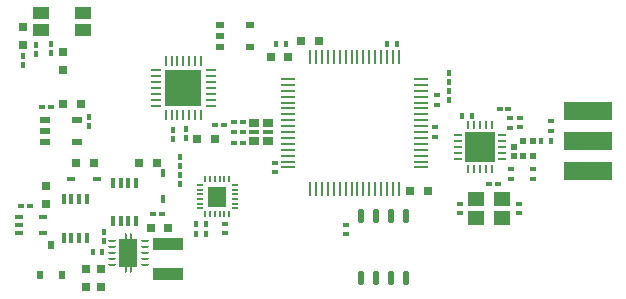
<source format=gtp>
G04*
G04 #@! TF.GenerationSoftware,Altium Limited,Altium Designer,20.1.14 (287)*
G04*
G04 Layer_Color=8421504*
%FSLAX25Y25*%
%MOIN*%
G70*
G04*
G04 #@! TF.SameCoordinates,B4ACC901-58E3-418A-A1C3-F6E1E6CBF67F*
G04*
G04*
G04 #@! TF.FilePolarity,Positive*
G04*
G01*
G75*
%ADD15O,0.03347X0.00984*%
%ADD16O,0.00984X0.03347*%
%ADD17R,0.12323X0.12323*%
%ADD18R,0.01968X0.01772*%
%ADD19R,0.01772X0.01968*%
%ADD20R,0.03150X0.03150*%
%ADD21R,0.03150X0.02165*%
%ADD22R,0.03150X0.03150*%
%ADD23R,0.05512X0.03937*%
%ADD24R,0.03347X0.02165*%
%ADD25R,0.16000X0.06000*%
%ADD26R,0.05512X0.04724*%
%ADD27R,0.10236X0.10236*%
%ADD28O,0.00984X0.02953*%
%ADD29O,0.02953X0.00984*%
%ADD30R,0.01929X0.02047*%
%ADD31R,0.02047X0.01929*%
%ADD32R,0.01968X0.01575*%
%ADD33R,0.01575X0.01968*%
%ADD34R,0.03150X0.03150*%
%ADD35R,0.03150X0.03150*%
%ADD36R,0.01378X0.02953*%
%ADD37R,0.01181X0.03347*%
%ADD38R,0.02953X0.01378*%
G04:AMPARAMS|DCode=39|XSize=9.45mil|YSize=23.62mil|CornerRadius=2.36mil|HoleSize=0mil|Usage=FLASHONLY|Rotation=270.000|XOffset=0mil|YOffset=0mil|HoleType=Round|Shape=RoundedRectangle|*
%AMROUNDEDRECTD39*
21,1,0.00945,0.01890,0,0,270.0*
21,1,0.00472,0.02362,0,0,270.0*
1,1,0.00472,-0.00945,-0.00236*
1,1,0.00472,-0.00945,0.00236*
1,1,0.00472,0.00945,0.00236*
1,1,0.00472,0.00945,-0.00236*
%
%ADD39ROUNDEDRECTD39*%
%ADD40R,0.05866X0.09449*%
G04:AMPARAMS|DCode=41|XSize=9.84mil|YSize=31.5mil|CornerRadius=2.46mil|HoleSize=0mil|Usage=FLASHONLY|Rotation=0.000|XOffset=0mil|YOffset=0mil|HoleType=Round|Shape=RoundedRectangle|*
%AMROUNDEDRECTD41*
21,1,0.00984,0.02657,0,0,0.0*
21,1,0.00492,0.03150,0,0,0.0*
1,1,0.00492,0.00246,-0.01329*
1,1,0.00492,-0.00246,-0.01329*
1,1,0.00492,-0.00246,0.01329*
1,1,0.00492,0.00246,0.01329*
%
%ADD41ROUNDEDRECTD41*%
%ADD42R,0.10315X0.04291*%
%ADD43R,0.02165X0.02953*%
%ADD44R,0.02559X0.01575*%
%ADD45O,0.04724X0.00984*%
%ADD46O,0.00984X0.04724*%
%ADD47R,0.06063X0.06693*%
%ADD48O,0.00787X0.02362*%
%ADD49O,0.02362X0.00787*%
%ADD50R,0.03268X0.01457*%
%ADD51R,0.03268X0.02638*%
%ADD52O,0.02165X0.04921*%
G54D15*
X-155878Y23486D02*
D03*
Y21518D02*
D03*
Y19549D02*
D03*
Y17581D02*
D03*
Y15612D02*
D03*
Y13644D02*
D03*
Y11675D02*
D03*
X-137768D02*
D03*
Y13644D02*
D03*
Y15612D02*
D03*
Y17581D02*
D03*
Y19549D02*
D03*
Y21518D02*
D03*
Y23486D02*
D03*
G54D16*
X-152728Y8525D02*
D03*
X-150760D02*
D03*
X-148792D02*
D03*
X-146823D02*
D03*
X-144854D02*
D03*
X-142886D02*
D03*
X-140917D02*
D03*
Y26636D02*
D03*
X-142886D02*
D03*
X-144854D02*
D03*
X-146823D02*
D03*
X-148792D02*
D03*
X-150760D02*
D03*
X-152728D02*
D03*
G54D17*
X-146823Y17581D02*
D03*
G54D18*
X-136352Y5290D02*
D03*
X-133399D02*
D03*
X-200820Y-21655D02*
D03*
X-197867D02*
D03*
X-153882Y-24285D02*
D03*
X-156835D02*
D03*
X-41431Y10458D02*
D03*
X-38479D02*
D03*
X-190935Y11357D02*
D03*
X-193888D02*
D03*
X-44783Y-14487D02*
D03*
X-41831D02*
D03*
X-130028Y-628D02*
D03*
X-127075D02*
D03*
X-130028Y2872D02*
D03*
X-127075D02*
D03*
X-130028Y6372D02*
D03*
X-127075D02*
D03*
G54D19*
X-146037Y3787D02*
D03*
Y834D02*
D03*
X-150150Y3628D02*
D03*
Y675D02*
D03*
X-200401Y28112D02*
D03*
Y25159D02*
D03*
X-195975Y31936D02*
D03*
Y28983D02*
D03*
X-190952Y32053D02*
D03*
Y29100D02*
D03*
X-173355Y-33530D02*
D03*
Y-30577D02*
D03*
X-147791Y-14376D02*
D03*
Y-11423D02*
D03*
Y-8527D02*
D03*
Y-5574D02*
D03*
X-178161Y5009D02*
D03*
Y7962D02*
D03*
X-58220Y19549D02*
D03*
Y22502D02*
D03*
Y13644D02*
D03*
Y16596D02*
D03*
G54D20*
X-136352Y462D02*
D03*
X-142258D02*
D03*
X-186951Y12216D02*
D03*
X-181045D02*
D03*
G54D21*
X-124574Y38601D02*
D03*
Y31121D02*
D03*
X-134613D02*
D03*
Y34861D02*
D03*
Y38601D02*
D03*
G54D22*
X-200401Y37767D02*
D03*
Y31861D02*
D03*
G54D23*
X-180125Y36815D02*
D03*
Y42524D02*
D03*
X-194299D02*
D03*
Y36815D02*
D03*
G54D24*
X-192781Y6970D02*
D03*
Y3230D02*
D03*
Y-510D02*
D03*
X-182348D02*
D03*
Y6970D02*
D03*
G54D25*
X-12048Y0D02*
D03*
Y-10000D02*
D03*
Y10000D02*
D03*
G54D26*
X-49117Y-25625D02*
D03*
Y-19326D02*
D03*
X-40455Y-25625D02*
D03*
Y-19326D02*
D03*
G54D27*
X-47955Y-2125D02*
D03*
G54D28*
X-51892Y5158D02*
D03*
X-49924D02*
D03*
X-47955D02*
D03*
X-45987D02*
D03*
X-44018D02*
D03*
Y-9409D02*
D03*
X-45987D02*
D03*
X-47955D02*
D03*
X-49924D02*
D03*
X-51892D02*
D03*
G54D29*
X-40672Y1812D02*
D03*
Y-157D02*
D03*
Y-2125D02*
D03*
Y-4094D02*
D03*
Y-6062D02*
D03*
X-55239D02*
D03*
Y-4094D02*
D03*
Y-2125D02*
D03*
Y-157D02*
D03*
Y1812D02*
D03*
G54D30*
X-30266Y-5220D02*
D03*
X-33455D02*
D03*
X-30361Y-157D02*
D03*
X-33550D02*
D03*
G54D31*
X-36455Y-2031D02*
D03*
Y-5220D02*
D03*
G54D32*
X-54455Y-21050D02*
D03*
Y-24200D02*
D03*
X-34955D02*
D03*
Y-21050D02*
D03*
X-30361Y-12700D02*
D03*
Y-9550D02*
D03*
X-37455Y-12700D02*
D03*
Y-9550D02*
D03*
X-34455Y7587D02*
D03*
Y4438D02*
D03*
X-37955Y7524D02*
D03*
Y4375D02*
D03*
X-24380Y6450D02*
D03*
Y3300D02*
D03*
X-132936Y-30919D02*
D03*
Y-27769D02*
D03*
X-92520Y-27953D02*
D03*
Y-31102D02*
D03*
X-62964Y4438D02*
D03*
Y1289D02*
D03*
X-62216Y11978D02*
D03*
Y15127D02*
D03*
X-116310Y-7447D02*
D03*
Y-10597D02*
D03*
G54D33*
X-53817Y8300D02*
D03*
X-50668D02*
D03*
X-24380Y-157D02*
D03*
X-27530D02*
D03*
X-173825Y-37000D02*
D03*
X-176975D02*
D03*
X-142511Y-31238D02*
D03*
X-139361D02*
D03*
X-142511Y-27769D02*
D03*
X-139361D02*
D03*
X-78885Y32053D02*
D03*
X-75736D02*
D03*
X-115885D02*
D03*
X-112736D02*
D03*
G54D34*
X-186951Y29588D02*
D03*
Y23683D02*
D03*
X-192527Y-21076D02*
D03*
Y-15171D02*
D03*
X-179338Y-48832D02*
D03*
Y-42926D02*
D03*
X-174220Y-48832D02*
D03*
Y-42926D02*
D03*
G54D35*
X-161467Y-7480D02*
D03*
X-155562D02*
D03*
X-157685Y-28950D02*
D03*
X-151779D02*
D03*
X-176583Y-7297D02*
D03*
X-182488D02*
D03*
X-101574Y33329D02*
D03*
X-107480D02*
D03*
X-117763Y27864D02*
D03*
X-111858D02*
D03*
X-71263Y-16948D02*
D03*
X-65358D02*
D03*
G54D36*
X-153713Y-19403D02*
D03*
Y-10938D02*
D03*
G54D37*
X-186720Y-32329D02*
D03*
X-184161D02*
D03*
X-181602D02*
D03*
X-179043D02*
D03*
X-186720Y-19573D02*
D03*
X-184161D02*
D03*
X-181602D02*
D03*
X-179043D02*
D03*
X-170227Y-26851D02*
D03*
X-167668D02*
D03*
X-165109D02*
D03*
X-162550D02*
D03*
X-170227Y-14095D02*
D03*
X-167668D02*
D03*
X-165109D02*
D03*
X-162550D02*
D03*
G54D38*
X-184161Y-12808D02*
D03*
X-175697D02*
D03*
G54D39*
X-159597Y-41404D02*
D03*
Y-39435D02*
D03*
Y-37467D02*
D03*
Y-35498D02*
D03*
Y-33530D02*
D03*
X-170621Y-41404D02*
D03*
Y-39435D02*
D03*
Y-37467D02*
D03*
Y-35498D02*
D03*
Y-33530D02*
D03*
G54D40*
X-165109Y-37467D02*
D03*
G54D41*
X-164125Y-42585D02*
D03*
X-166093D02*
D03*
Y-32348D02*
D03*
X-164125D02*
D03*
G54D42*
X-151976Y-44573D02*
D03*
Y-34297D02*
D03*
G54D43*
X-194692Y-44698D02*
D03*
X-187212D02*
D03*
X-190952Y-34659D02*
D03*
G54D44*
X-201681Y-25604D02*
D03*
Y-28163D02*
D03*
Y-30722D02*
D03*
X-193610D02*
D03*
Y-25604D02*
D03*
G54D45*
X-111810Y10738D02*
D03*
X-67716Y-6979D02*
D03*
Y895D02*
D03*
Y8769D02*
D03*
X-111810Y-3042D02*
D03*
X-67716Y4832D02*
D03*
X-111810Y20580D02*
D03*
Y18612D02*
D03*
X-67716Y-8947D02*
D03*
Y-5010D02*
D03*
Y-3042D02*
D03*
Y-1073D02*
D03*
Y2864D02*
D03*
Y6801D02*
D03*
Y10738D02*
D03*
Y12706D02*
D03*
Y14675D02*
D03*
Y16643D02*
D03*
Y18612D02*
D03*
Y20580D02*
D03*
X-111810Y16643D02*
D03*
Y14675D02*
D03*
Y12706D02*
D03*
Y8769D02*
D03*
Y6801D02*
D03*
Y4832D02*
D03*
Y2864D02*
D03*
Y895D02*
D03*
Y-1073D02*
D03*
Y-5010D02*
D03*
Y-6979D02*
D03*
Y-8947D02*
D03*
G54D46*
X-98621Y-16231D02*
D03*
X-88779Y27864D02*
D03*
X-74999D02*
D03*
X-76968D02*
D03*
X-78936D02*
D03*
X-80905D02*
D03*
X-82873D02*
D03*
X-84842D02*
D03*
X-86810D02*
D03*
X-90747D02*
D03*
X-92716D02*
D03*
X-94684D02*
D03*
X-96653D02*
D03*
X-98621D02*
D03*
X-100590D02*
D03*
X-102559D02*
D03*
X-104527D02*
D03*
Y-16231D02*
D03*
X-102559D02*
D03*
X-100590D02*
D03*
X-96653D02*
D03*
X-94684D02*
D03*
X-92716D02*
D03*
X-90747D02*
D03*
X-88779D02*
D03*
X-86810D02*
D03*
X-84842D02*
D03*
X-82873D02*
D03*
X-80905D02*
D03*
X-78936D02*
D03*
X-76968D02*
D03*
X-74999D02*
D03*
G54D47*
X-135499Y-18675D02*
D03*
G54D48*
X-139436Y-12769D02*
D03*
X-137861D02*
D03*
X-136286D02*
D03*
X-134712D02*
D03*
X-133137D02*
D03*
X-131562D02*
D03*
Y-24580D02*
D03*
X-133137D02*
D03*
X-134712D02*
D03*
X-136286D02*
D03*
X-137861D02*
D03*
X-139436D02*
D03*
G54D49*
X-129594Y-14738D02*
D03*
Y-16312D02*
D03*
Y-17887D02*
D03*
Y-19462D02*
D03*
Y-21037D02*
D03*
Y-22612D02*
D03*
X-141405D02*
D03*
Y-21037D02*
D03*
Y-19462D02*
D03*
Y-17887D02*
D03*
Y-16312D02*
D03*
Y-14738D02*
D03*
G54D50*
X-118690Y2872D02*
D03*
X-123414Y2872D02*
D03*
G54D51*
X-118690Y-167D02*
D03*
Y5912D02*
D03*
X-123414Y-167D02*
D03*
Y5912D02*
D03*
G54D52*
X-87573Y-45860D02*
D03*
X-82573D02*
D03*
X-77573D02*
D03*
X-72573D02*
D03*
X-87573Y-25191D02*
D03*
X-82573D02*
D03*
X-77573D02*
D03*
X-72573D02*
D03*
M02*

</source>
